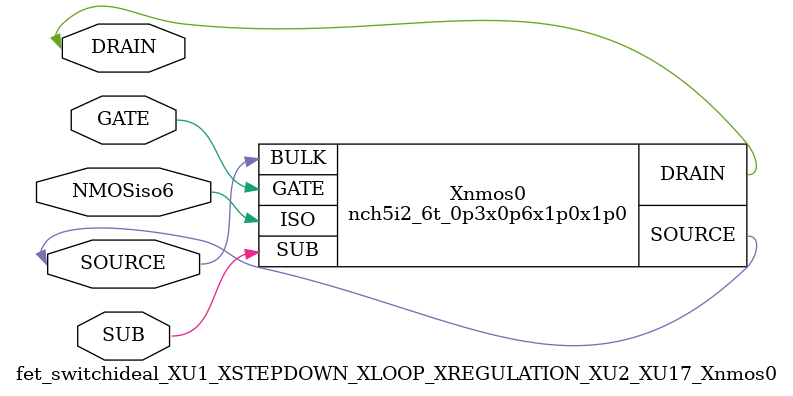
<source format=v>

module nch5i2_6t_0p3x0p6x1p0x1p0 (DRAIN,GATE,SOURCE,ISO,BULK,SUB);
input GATE;
input ISO;
input BULK;
input SUB;
inout SOURCE;
inout DRAIN;
endmodule

//Celera Confidential Do Not Copy fet_switchideal_XU1_XSTEPDOWN_XLOOP_XREGULATION_XU2_XU17_Xnmos0
//Celera Confidential Symbol Generator
//signal NMOS:Ron:10000 Ohm
//Vgs 6V Vds 6V
//Kelvin:no
module fet_switchideal_XU1_XSTEPDOWN_XLOOP_XREGULATION_XU2_XU17_Xnmos0 (GATE,SOURCE,DRAIN,NMOSiso6,SUB);
input GATE;
inout SOURCE;
inout DRAIN;
input SUB;
input NMOSiso6;

//Celera Confidential Do Not Copy nch5i2_6t_0p3x0p6x1p0x1p0
nch5i2_6t_0p3x0p6x1p0x1p0 Xnmos0(
.DRAIN (DRAIN),
.GATE (GATE),
.SOURCE (SOURCE),
.ISO (NMOSiso6),
.BULK (SOURCE),
.SUB (SUB)
);
//,diesize,nch5i2_6t_0p3x0p6x1p0x1p0

//Celera Confidential Do Not Copy Module End
//Celera Schematic Generator
endmodule

</source>
